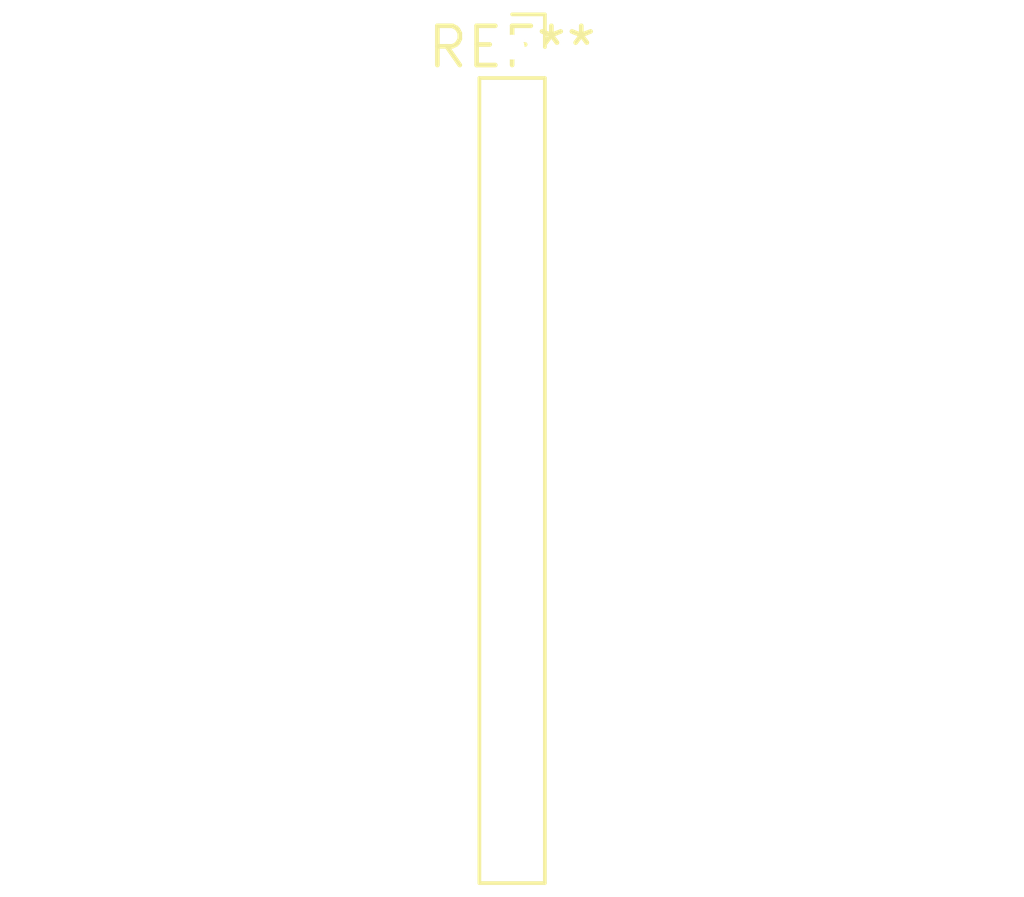
<source format=kicad_pcb>
(kicad_pcb (version 20240108) (generator pcbnew)
  (layers (0 "F.Cu" signal) (31 "B.Cu" signal) (34 "B.Paste" user) (35 "F.Paste" user) (36 "B.SilkS" user "B.Silkscreen") (37 "F.SilkS" user "F.Silkscreen") (38 "B.Mask" user) (39 "F.Mask" user) (44 "Edge.Cuts" user))
  (net 0 "")
  (footprint "PinSocket_1x14_P2.00mm_Vertical" (layer "F.Cu") (at 0 0)
    (property "Reference" "REF**")
    (property "Value" "PinSocket_1x14_P2.00mm_Vertical")
    (fp_line (start -1.06 1) (end -1.06 27.06) (layer "F.SilkS") (stroke (width 0.12)))
    (fp_line (start -1.06 1) (end 1.06 1) (layer "F.SilkS") (stroke (width 0.12)))
    (fp_line (start -1.06 27.06) (end 1.06 27.06) (layer "F.SilkS") (stroke (width 0.12)))
    (fp_line (start 0 -1.06) (end 1.06 -1.06) (layer "F.SilkS") (stroke (width 0.12)))
    (fp_line (start 1.06 -1.06) (end 1.06 0) (layer "F.SilkS") (stroke (width 0.12)))
    (fp_line (start 1.06 1) (end 1.06 27.06) (layer "F.SilkS") (stroke (width 0.12)))
    (pad "1" thru_hole rect (at 0 0) (size 1.35 1.35) (drill 0.8) (layers *.Cu *.Mask) (remove_unused_layers))
    (pad "2" thru_hole oval (at 0 2) (size 1.35 1.35) (drill 0.8) (layers *.Cu *.Mask) (remove_unused_layers))
    (pad "3" thru_hole oval (at 0 4) (size 1.35 1.35) (drill 0.8) (layers *.Cu *.Mask) (remove_unused_layers))
    (pad "4" thru_hole oval (at 0 6) (size 1.35 1.35) (drill 0.8) (layers *.Cu *.Mask) (remove_unused_layers))
    (pad "5" thru_hole oval (at 0 8) (size 1.35 1.35) (drill 0.8) (layers *.Cu *.Mask) (remove_unused_layers))
    (pad "6" thru_hole oval (at 0 10) (size 1.35 1.35) (drill 0.8) (layers *.Cu *.Mask) (remove_unused_layers))
    (pad "7" thru_hole oval (at 0 12) (size 1.35 1.35) (drill 0.8) (layers *.Cu *.Mask) (remove_unused_layers))
    (pad "8" thru_hole oval (at 0 14) (size 1.35 1.35) (drill 0.8) (layers *.Cu *.Mask) (remove_unused_layers))
    (pad "9" thru_hole oval (at 0 16) (size 1.35 1.35) (drill 0.8) (layers *.Cu *.Mask) (remove_unused_layers))
    (pad "10" thru_hole oval (at 0 18) (size 1.35 1.35) (drill 0.8) (layers *.Cu *.Mask) (remove_unused_layers))
    (pad "11" thru_hole oval (at 0 20) (size 1.35 1.35) (drill 0.8) (layers *.Cu *.Mask) (remove_unused_layers))
    (pad "12" thru_hole oval (at 0 22) (size 1.35 1.35) (drill 0.8) (layers *.Cu *.Mask) (remove_unused_layers))
    (pad "13" thru_hole oval (at 0 24) (size 1.35 1.35) (drill 0.8) (layers *.Cu *.Mask) (remove_unused_layers))
    (pad "14" thru_hole oval (at 0 26) (size 1.35 1.35) (drill 0.8) (layers *.Cu *.Mask) (remove_unused_layers))
  )
)
</source>
